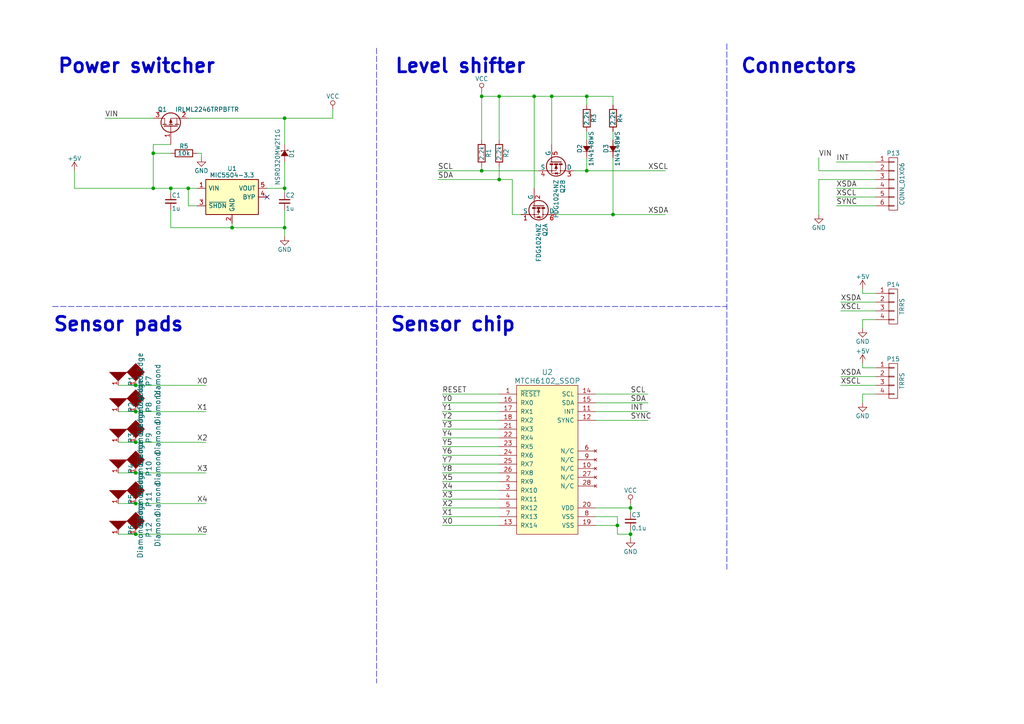
<source format=kicad_sch>
(kicad_sch (version 20211123) (generator eeschema)
  (paper "A4")
  (title_block (title "MTCH6102_breakout") (date "2018-10-20") (company "sekigon-gonnoc"))
  (lib_symbols
    (symbol "MTCH6102_breakout-rescue:+5V" (power) (pin_names (offset 0))
      (property "Value" "+5V" (at 0 3.556 0))
      (symbol "+5V_0_1"
        (polyline (pts (xy -0.762 1.27) (xy 0 2.54)))
        (polyline (pts (xy 0 0) (xy 0 2.54)))
        (polyline (pts (xy 0 2.54) (xy 0.762 1.27)))
      )
      (symbol "+5V_1_1"
        (pin power_in line (at 0 0 90) (length 0) hide (name "+5V") (number "1"))
      )
    )
    (symbol "MTCH6102_breakout-rescue:CONN_01X04" (pin_names (offset 1.016) hide)
      (property "Reference" "P" (at 0 6.35 0))
      (property "Value" "CONN_01X04" (at 2.54 0 90))
      (symbol "CONN_01X04_0_1"
        (rectangle (start -1.27 -3.683) (end 0.254 -3.937))
        (rectangle (start -1.27 -1.143) (end 0.254 -1.397))
        (rectangle (start -1.27 1.397) (end 0.254 1.143))
        (rectangle (start -1.27 3.937) (end 0.254 3.683))
        (rectangle (start -1.27 5.08) (end 1.27 -5.08))
      )
      (symbol "CONN_01X04_1_1"
        (pin passive line (at -5.08 3.81 0) (length 3.81) (name "P1") (number "1"))
        (pin passive line (at -5.08 1.27 0) (length 3.81) (name "P2") (number "2"))
        (pin passive line (at -5.08 -1.27 0) (length 3.81) (name "P3") (number "3"))
        (pin passive line (at -5.08 -3.81 0) (length 3.81) (name "P4") (number "4"))
      )
    )
    (symbol "MTCH6102_breakout-rescue:CONN_01X06" (pin_names (offset 1.016) hide)
      (property "Reference" "P" (at 0 8.89 0))
      (property "Value" "CONN_01X06" (at 2.54 0 90))
      (symbol "CONN_01X06_0_1"
        (rectangle (start -1.27 -6.223) (end 0.254 -6.477))
        (rectangle (start -1.27 -3.683) (end 0.254 -3.937))
        (rectangle (start -1.27 -1.143) (end 0.254 -1.397))
        (rectangle (start -1.27 1.397) (end 0.254 1.143))
        (rectangle (start -1.27 3.937) (end 0.254 3.683))
        (rectangle (start -1.27 6.477) (end 0.254 6.223))
        (rectangle (start -1.27 7.62) (end 1.27 -7.62))
      )
      (symbol "CONN_01X06_1_1"
        (pin passive line (at -5.08 6.35 0) (length 3.81) (name "P1") (number "1"))
        (pin passive line (at -5.08 3.81 0) (length 3.81) (name "P2") (number "2"))
        (pin passive line (at -5.08 1.27 0) (length 3.81) (name "P3") (number "3"))
        (pin passive line (at -5.08 -1.27 0) (length 3.81) (name "P4") (number "4"))
        (pin passive line (at -5.08 -3.81 0) (length 3.81) (name "P5") (number "5"))
        (pin passive line (at -5.08 -6.35 0) (length 3.81) (name "P6") (number "6"))
      )
    )
    (symbol "MTCH6102_breakout-rescue:C_Small" (pin_numbers hide) (pin_names (offset 0.254) hide)
      (property "Reference" "C" (at 0.254 1.778 0))
      (property "Value" "C_Small" (at 0.254 -2.032 0))
      (symbol "C_Small_0_1"
        (polyline (pts (xy -1.524 -0.508) (xy 1.524 -0.508)) (stroke (width 0.3302)))
        (polyline (pts (xy -1.524 0.508) (xy 1.524 0.508)) (stroke (width 0.3048)))
      )
      (symbol "C_Small_1_1"
        (pin passive line (at 0 2.54 270) (length 1.905) (name "~") (number "1"))
        (pin passive line (at 0 -2.54 90) (length 2.032) (name "~") (number "2"))
      )
    )
    (symbol "MTCH6102_breakout-rescue:D_Schottky_Small" (pin_numbers hide) (pin_names (offset 0.254) hide)
      (property "Reference" "D" (at -1.27 2.032 0))
      (property "Value" "D_Schottky_Small" (at -7.112 -2.032 0))
      (symbol "D_Schottky_Small_0_1"
        (polyline (pts (xy -0.762 -1.016) (xy -0.762 1.016)))
        (polyline (pts (xy -0.762 -1.016) (xy -0.508 -1.016) (xy -0.508 -0.762)))
        (polyline (pts (xy -0.762 1.016) (xy -1.016 1.016) (xy -1.016 0.762)))
        (polyline (pts (xy 0.762 -1.016) (xy -0.762 0) (xy 0.762 1.016) (xy 0.762 -1.016)) (fill (type outline)))
      )
      (symbol "D_Schottky_Small_1_1"
        (pin passive line (at -2.54 0 0) (length 1.778) (name "K") (number "1"))
        (pin passive line (at 2.54 0 180) (length 1.778) (name "A") (number "2"))
      )
    )
    (symbol "MTCH6102_breakout-rescue:D_Small" (pin_numbers hide) (pin_names (offset 0.254) hide)
      (property "Reference" "D" (at -1.27 2.032 0))
      (property "Value" "D_Small" (at -3.81 -2.032 0))
      (symbol "D_Small_0_1"
        (polyline (pts (xy -0.762 -1.016) (xy -0.762 1.016)))
        (polyline (pts (xy 0.762 -1.016) (xy -0.762 0) (xy 0.762 1.016) (xy 0.762 -1.016)) (fill (type outline)))
      )
      (symbol "D_Small_1_1"
        (pin passive line (at -2.54 0 0) (length 1.778) (name "K") (number "1"))
        (pin passive line (at 2.54 0 180) (length 1.778) (name "A") (number "2"))
      )
    )
    (symbol "MTCH6102_breakout-rescue:Diamond" (pin_names (offset 1.016))
      (property "Reference" "P" (at 0 -1.27 0))
      (property "Value" "Diamond" (at 0 1.27 0))
      (symbol "Diamond_0_1"
        (polyline (pts (xy 0 -5.08) (xy -2.54 -2.54) (xy -5.08 -5.08) (xy -2.54 -7.62) (xy 0 -5.08)) (fill (type outline)))
      )
      (symbol "Diamond_1_1"
        (pin power_in line (at 1.27 -5.08 180) (length 1.27) (name "1") (number "1"))
      )
    )
    (symbol "MTCH6102_breakout-rescue:Diamond_Edge" (pin_names (offset 1.016))
      (property "Reference" "P" (at 0 -1.27 0))
      (property "Value" "Diamond_Edge" (at 0 1.27 0))
      (symbol "Diamond_Edge_0_1"
        (polyline (pts (xy 0 -5.08) (xy -2.54 -2.54) (xy -2.54 -7.62) (xy 0 -5.08)) (fill (type outline)))
      )
      (symbol "Diamond_Edge_1_1"
        (pin power_in line (at 1.27 -5.08 180) (length 1.27) (name "1") (number "1"))
      )
    )
    (symbol "MTCH6102_breakout-rescue:FDG1024NZ" (pin_names (offset 0))
      (property "Reference" "Q" (at 5.08 1.905 0))
      (property "Value" "FDG1024NZ" (at 5.08 0 0))
      (property "Footprint" "SC-70-6" (at 5.08 -1.905 0))
      (symbol "FDG1024NZ_0_1"
        (polyline (pts (xy 0.635 -1.016) (xy 0.635 -1.651)) (stroke (width 0.508)))
        (polyline (pts (xy 0.635 0.381) (xy 0.635 -0.381)) (stroke (width 0.508)))
        (polyline (pts (xy 0.635 1.651) (xy 0.635 1.016)) (stroke (width 0.508)))
        (polyline (pts (xy 3.048 0.381) (xy 2.921 0.254)))
        (polyline (pts (xy 3.048 0.381) (xy 3.556 0.381)))
        (polyline (pts (xy 3.556 0.381) (xy 3.683 0.508)))
        (polyline (pts (xy 0 1.524) (xy 0 -1.524) (xy 0 -1.524)) (stroke (width 0.254)))
        (polyline (pts (xy 0.762 -1.27) (xy 2.54 -1.27) (xy 2.54 -2.54) (xy 2.54 -2.54)))
        (polyline (pts (xy 0.762 1.27) (xy 2.54 1.27) (xy 2.54 2.54) (xy 2.54 2.54)))
        (polyline (pts (xy 2.54 1.27) (xy 3.302 1.27) (xy 3.302 -1.27) (xy 2.54 -1.27)))
        (polyline (pts (xy 3.302 0.381) (xy 3.048 -0.254) (xy 3.556 -0.254) (xy 3.302 0.381)) (fill (type outline)))
        (polyline (pts (xy 0.762 0) (xy 1.27 0) (xy 2.54 0) (xy 2.54 -1.27) (xy 2.54 -1.27)))
        (polyline (pts (xy 0.889 0) (xy 1.905 0.381) (xy 1.905 -0.381) (xy 0.889 0) (xy 1.016 0) (xy 1.016 0)) (fill (type outline)))
        (circle (center 1.27 0) (radius 2.8194) (stroke (width 0.254)))
        (circle (center 2.54 -1.27) (radius 0.127))
        (circle (center 2.54 1.27) (radius 0.127))
      )
      (symbol "FDG1024NZ_1_1"
        (pin passive line (at 2.54 -5.08 90) (length 2.54) (name "S") (number "1"))
        (pin passive line (at -5.08 -1.27 0) (length 5.08) (name "G") (number "2"))
        (pin passive line (at 2.54 5.08 270) (length 2.54) (name "D") (number "6"))
      )
      (symbol "FDG1024NZ_2_1"
        (pin passive line (at 2.54 5.08 270) (length 2.54) (name "D") (number "3"))
        (pin passive line (at 2.54 -5.08 90) (length 2.54) (name "S") (number "4"))
        (pin passive line (at -5.08 -1.27 0) (length 5.08) (name "G") (number "5"))
      )
    )
    (symbol "MTCH6102_breakout-rescue:GND" (power) (pin_names (offset 0))
      (property "Value" "GND" (at 0 -3.81 0))
      (symbol "GND_0_1"
        (polyline (pts (xy 0 0) (xy 0 -1.27) (xy 1.27 -1.27) (xy 0 -2.54) (xy -1.27 -1.27) (xy 0 -1.27)))
      )
      (symbol "GND_1_1"
        (pin power_in line (at 0 0 270) (length 0) hide (name "GND") (number "1"))
      )
    )
    (symbol "MTCH6102_breakout-rescue:LT1761-3.3" (pin_names (offset 0.762))
      (property "Reference" "U" (at 0 8.255 0))
      (property "Value" "LT1761-3.3" (at 0 6.35 0))
      (symbol "LT1761-3.3_0_1"
        (rectangle (start -7.62 5.08) (end 7.62 -5.08) (stroke (width 0.254)) (fill (type background)))
      )
      (symbol "LT1761-3.3_1_1"
        (pin power_in line (at -10.16 2.54 0) (length 2.54) (name "VIN") (number "1"))
        (pin power_in line (at 0 -7.62 90) (length 2.54) (name "GND") (number "2"))
        (pin input line (at -10.16 -2.54 0) (length 2.54) (name "~{SHDN}") (number "3"))
        (pin passive line (at 10.16 0 180) (length 2.54) (name "BYP") (number "4"))
        (pin power_out line (at 10.16 2.54 180) (length 2.54) (name "VOUT") (number "5"))
      )
    )
    (symbol "MTCH6102_breakout-rescue:MTCH6102_SSOP" (pin_names (offset 1.016))
      (property "Reference" "U" (at 0 1.27 0))
      (property "Value" "MTCH6102_SSOP" (at 0 -1.27 0))
      (symbol "MTCH6102_SSOP_0_1"
        (rectangle (start -8.89 -45.72) (end 8.89 -2.54) (fill (type background)))
      )
      (symbol "MTCH6102_SSOP_1_0"
        (pin power_in line (at 13.97 -43.18 180) (length 5.08) (name "VSS") (number "19"))
      )
      (symbol "MTCH6102_SSOP_1_1"
        (pin input line (at -13.97 -5.08 0) (length 5.08) (name "~{RESET}") (number "1"))
        (pin no_connect line (at 13.97 -26.67 180) (length 5.08) (name "N/C") (number "10"))
        (pin input line (at 13.97 -10.16 180) (length 5.08) (name "INT") (number "11"))
        (pin input line (at 13.97 -12.7 180) (length 5.08) (name "SYNC") (number "12"))
        (pin input line (at -13.97 -43.18 0) (length 5.08) (name "RX14") (number "13"))
        (pin input line (at 13.97 -5.08 180) (length 5.08) (name "SCL") (number "14"))
        (pin input line (at 13.97 -7.62 180) (length 5.08) (name "SDA") (number "15"))
        (pin input line (at -13.97 -7.62 0) (length 5.08) (name "RX0") (number "16"))
        (pin input line (at -13.97 -10.16 0) (length 5.08) (name "RX1") (number "17"))
        (pin input line (at -13.97 -12.7 0) (length 5.08) (name "RX2") (number "18"))
        (pin input line (at -13.97 -30.48 0) (length 5.08) (name "RX9") (number "2"))
        (pin power_in line (at 13.97 -38.1 180) (length 5.08) (name "VDD") (number "20"))
        (pin input line (at -13.97 -15.24 0) (length 5.08) (name "RX3") (number "21"))
        (pin input line (at -13.97 -17.78 0) (length 5.08) (name "RX4") (number "22"))
        (pin input line (at -13.97 -20.32 0) (length 5.08) (name "RX5") (number "23"))
        (pin input line (at -13.97 -22.86 0) (length 5.08) (name "RX6") (number "24"))
        (pin input line (at -13.97 -25.4 0) (length 5.08) (name "RX7") (number "25"))
        (pin input line (at -13.97 -27.94 0) (length 5.08) (name "RX8") (number "26"))
        (pin no_connect line (at 13.97 -29.21 180) (length 5.08) (name "N/C") (number "27"))
        (pin no_connect line (at 13.97 -31.75 180) (length 5.08) (name "N/C") (number "28"))
        (pin input line (at -13.97 -33.02 0) (length 5.08) (name "RX10") (number "3"))
        (pin input line (at -13.97 -35.56 0) (length 5.08) (name "RX11") (number "4"))
        (pin input line (at -13.97 -38.1 0) (length 5.08) (name "RX12") (number "5"))
        (pin no_connect line (at 13.97 -21.59 180) (length 5.08) (name "N/C") (number "6"))
        (pin input line (at -13.97 -40.64 0) (length 5.08) (name "RX13") (number "7"))
        (pin power_in line (at 13.97 -40.64 180) (length 5.08) (name "VSS") (number "8"))
        (pin no_connect line (at 13.97 -24.13 180) (length 5.08) (name "N/C") (number "9"))
      )
    )
    (symbol "MTCH6102_breakout-rescue:Q_PMOS_GSD" (pin_names (offset 0) hide)
      (property "Reference" "Q" (at 7.62 1.27 0))
      (property "Value" "Q_PMOS_GSD" (at 16.51 -1.27 0))
      (symbol "Q_PMOS_GSD_0_1"
        (polyline (pts (xy 0.762 -1.778) (xy 2.54 -1.778)))
        (polyline (pts (xy 0.762 -1.27) (xy 0.762 -2.286)) (stroke (width 0.254)))
        (polyline (pts (xy 0.762 0) (xy 2.54 0)))
        (polyline (pts (xy 0.762 0.508) (xy 0.762 -0.508)) (stroke (width 0.254)))
        (polyline (pts (xy 0.762 1.778) (xy 2.54 1.778)))
        (polyline (pts (xy 0.762 2.286) (xy 0.762 1.27)) (stroke (width 0.254)))
        (polyline (pts (xy 2.54 -1.778) (xy 2.54 -2.54)))
        (polyline (pts (xy 2.54 -1.778) (xy 2.54 0)))
        (polyline (pts (xy 2.54 2.54) (xy 2.54 1.778)))
        (polyline (pts (xy 0.254 1.905) (xy 0.254 -1.905) (xy 0.254 -1.905)) (stroke (width 0.254)))
        (polyline (pts (xy 2.286 0) (xy 1.27 -0.381) (xy 1.27 0.381) (xy 2.286 0)) (fill (type outline)))
        (circle (center 1.27 0) (radius 2.8194) (stroke (width 0.254)))
      )
      (symbol "Q_PMOS_GSD_1_1"
        (pin input line (at -5.08 0 0) (length 5.334) (name "G") (number "1"))
        (pin passive line (at 2.54 -5.08 90) (length 2.54) (name "S") (number "2"))
        (pin passive line (at 2.54 5.08 270) (length 2.54) (name "D") (number "3"))
      )
    )
    (symbol "MTCH6102_breakout-rescue:R" (pin_numbers hide) (pin_names (offset 0))
      (property "Reference" "R" (at 2.032 0 90))
      (property "Value" "R" (at 0 0 90))
      (symbol "R_0_1"
        (rectangle (start -1.016 -2.54) (end 1.016 2.54) (stroke (width 0.254)))
      )
      (symbol "R_1_1"
        (pin passive line (at 0 3.81 270) (length 1.27) (name "~") (number "1"))
        (pin passive line (at 0 -3.81 90) (length 1.27) (name "~") (number "2"))
      )
    )
    (symbol "MTCH6102_breakout-rescue:VCC" (power) (pin_names (offset 0))
      (property "Value" "VCC" (at 0 3.81 0))
      (symbol "VCC_0_1"
        (polyline (pts (xy 0 0) (xy 0 1.27)))
        (circle (center 0 1.905) (radius 0.635))
      )
      (symbol "VCC_1_1"
        (pin power_in line (at 0 0 90) (length 0) hide (name "VCC") (number "1"))
      )
    )
  )
  (junction (at 144.78 27.94))
  (junction (at 54.61 54.61))
  (junction (at 182.88 147.32))
  (junction (at 39.37 154.94))
  (junction (at 182.88 154.94))
  (junction (at 82.55 34.29))
  (junction (at 179.07 152.4))
  (junction (at 154.94 27.94))
  (junction (at 139.7 27.94))
  (junction (at 39.37 137.16))
  (junction (at 177.8 62.23))
  (junction (at 82.55 54.61))
  (junction (at 170.18 49.53))
  (junction (at 39.37 111.76))
  (junction (at 39.37 146.05))
  (junction (at 67.31 66.04))
  (junction (at 160.02 27.94))
  (junction (at 39.37 128.27))
  (junction (at 139.7 49.53))
  (junction (at 49.53 54.61))
  (junction (at 170.18 27.94))
  (junction (at 44.45 54.61))
  (junction (at 82.55 66.04))
  (junction (at 39.37 119.38))
  (junction (at 44.45 44.45))
  (junction (at 144.78 52.07))
  (no_connect (at 77.47 57.15))
  (wire (pts (xy 177.8 27.94) (xy 177.8 30.48)))
  (wire (pts (xy 39.37 146.05) (xy 59.69 146.05)))
  (wire (pts (xy 58.42 44.45) (xy 57.15 44.45)))
  (wire (pts (xy 144.78 119.38) (xy 128.27 119.38)))
  (wire (pts (xy 54.61 54.61) (xy 57.15 54.61)))
  (wire (pts (xy 148.59 62.23) (xy 151.13 62.23)))
  (wire (pts (xy 182.88 153.67) (xy 182.88 154.94)))
  (wire (pts (xy 34.29 111.76) (xy 39.37 111.76)))
  (wire (pts (xy 161.29 62.23) (xy 177.8 62.23)))
  (wire (pts (xy 154.94 54.61) (xy 154.94 27.94)))
  (wire (pts (xy 139.7 27.94) (xy 144.78 27.94)))
  (wire (pts (xy 170.18 49.53) (xy 193.04 49.53)))
  (wire (pts (xy 172.72 149.86) (xy 179.07 149.86)))
  (wire (pts (xy 127 49.53) (xy 139.7 49.53)))
  (wire (pts (xy 144.78 40.64) (xy 144.78 27.94)))
  (wire (pts (xy 254 46.99) (xy 242.57 46.99)))
  (wire (pts (xy 82.55 60.96) (xy 82.55 66.04)))
  (wire (pts (xy 237.49 52.07) (xy 254 52.07)))
  (wire (pts (xy 54.61 34.29) (xy 82.55 34.29)))
  (wire (pts (xy 172.72 119.38) (xy 187.96 119.38)))
  (wire (pts (xy 49.53 66.04) (xy 49.53 60.96)))
  (wire (pts (xy 49.53 66.04) (xy 67.31 66.04)))
  (wire (pts (xy 144.78 139.7) (xy 128.27 139.7)))
  (wire (pts (xy 44.45 54.61) (xy 49.53 54.61)))
  (wire (pts (xy 172.72 152.4) (xy 179.07 152.4)))
  (wire (pts (xy 67.31 64.77) (xy 67.31 66.04)))
  (wire (pts (xy 39.37 137.16) (xy 59.69 137.16)))
  (wire (pts (xy 82.55 34.29) (xy 96.52 34.29)))
  (wire (pts (xy 179.07 152.4) (xy 179.07 154.94)))
  (wire (pts (xy 44.45 41.91) (xy 44.45 44.45)))
  (wire (pts (xy 139.7 48.26) (xy 139.7 49.53)))
  (wire (pts (xy 237.49 45.72) (xy 237.49 49.53)))
  (wire (pts (xy 21.59 49.53) (xy 21.59 54.61)))
  (wire (pts (xy 34.29 146.05) (xy 39.37 146.05)))
  (wire (pts (xy 250.19 114.3) (xy 250.19 116.84)))
  (wire (pts (xy 254 87.63) (xy 243.84 87.63)))
  (wire (pts (xy 58.42 45.72) (xy 58.42 44.45)))
  (wire (pts (xy 254 92.71) (xy 250.19 92.71)))
  (wire (pts (xy 250.19 85.09) (xy 250.19 83.82)))
  (wire (pts (xy 254 109.22) (xy 243.84 109.22)))
  (polyline (pts (xy 109.22 13.97) (xy 109.22 198.12)))
  (wire (pts (xy 254 114.3) (xy 250.19 114.3)))
  (wire (pts (xy 148.59 52.07) (xy 148.59 62.23)))
  (wire (pts (xy 139.7 27.94) (xy 139.7 40.64)))
  (wire (pts (xy 49.53 44.45) (xy 44.45 44.45)))
  (wire (pts (xy 39.37 128.27) (xy 59.69 128.27)))
  (polyline (pts (xy 15.24 88.9) (xy 210.82 88.9)))
  (wire (pts (xy 127 52.07) (xy 144.78 52.07)))
  (wire (pts (xy 96.52 34.29) (xy 96.52 31.75)))
  (wire (pts (xy 182.88 146.05) (xy 182.88 147.32)))
  (wire (pts (xy 144.78 144.78) (xy 128.27 144.78)))
  (wire (pts (xy 237.49 49.53) (xy 254 49.53)))
  (wire (pts (xy 82.55 66.04) (xy 82.55 68.58)))
  (wire (pts (xy 144.78 116.84) (xy 128.27 116.84)))
  (wire (pts (xy 30.48 34.29) (xy 44.45 34.29)))
  (wire (pts (xy 34.29 154.94) (xy 39.37 154.94)))
  (wire (pts (xy 254 106.68) (xy 250.19 106.68)))
  (wire (pts (xy 77.47 54.61) (xy 82.55 54.61)))
  (wire (pts (xy 49.53 54.61) (xy 54.61 54.61)))
  (wire (pts (xy 182.88 147.32) (xy 182.88 148.59)))
  (wire (pts (xy 44.45 44.45) (xy 44.45 54.61)))
  (wire (pts (xy 144.78 147.32) (xy 128.27 147.32)))
  (wire (pts (xy 144.78 124.46) (xy 128.27 124.46)))
  (wire (pts (xy 254 59.69) (xy 242.57 59.69)))
  (wire (pts (xy 170.18 45.72) (xy 170.18 49.53)))
  (wire (pts (xy 172.72 116.84) (xy 187.96 116.84)))
  (wire (pts (xy 144.78 129.54) (xy 128.27 129.54)))
  (wire (pts (xy 34.29 128.27) (xy 39.37 128.27)))
  (wire (pts (xy 144.78 142.24) (xy 128.27 142.24)))
  (wire (pts (xy 177.8 45.72) (xy 177.8 62.23)))
  (wire (pts (xy 39.37 154.94) (xy 59.69 154.94)))
  (wire (pts (xy 254 111.76) (xy 243.84 111.76)))
  (wire (pts (xy 172.72 114.3) (xy 187.96 114.3)))
  (wire (pts (xy 34.29 119.38) (xy 39.37 119.38)))
  (wire (pts (xy 54.61 59.69) (xy 54.61 54.61)))
  (wire (pts (xy 250.19 106.68) (xy 250.19 105.41)))
  (wire (pts (xy 154.94 27.94) (xy 160.02 27.94)))
  (wire (pts (xy 49.53 41.91) (xy 44.45 41.91)))
  (wire (pts (xy 82.55 54.61) (xy 82.55 55.88)))
  (wire (pts (xy 144.78 127) (xy 128.27 127)))
  (wire (pts (xy 250.19 92.71) (xy 250.19 95.25)))
  (wire (pts (xy 21.59 54.61) (xy 44.45 54.61)))
  (wire (pts (xy 170.18 27.94) (xy 177.8 27.94)))
  (wire (pts (xy 144.78 114.3) (xy 128.27 114.3)))
  (wire (pts (xy 144.78 48.26) (xy 144.78 52.07)))
  (wire (pts (xy 160.02 41.91) (xy 160.02 27.94)))
  (wire (pts (xy 39.37 111.76) (xy 59.69 111.76)))
  (wire (pts (xy 177.8 40.64) (xy 177.8 38.1)))
  (wire (pts (xy 144.78 134.62) (xy 128.27 134.62)))
  (wire (pts (xy 182.88 154.94) (xy 182.88 156.21)))
  (wire (pts (xy 254 90.17) (xy 243.84 90.17)))
  (wire (pts (xy 254 85.09) (xy 250.19 85.09)))
  (wire (pts (xy 170.18 30.48) (xy 170.18 27.94)))
  (wire (pts (xy 128.27 137.16) (xy 144.78 137.16)))
  (wire (pts (xy 82.55 46.99) (xy 82.55 54.61)))
  (wire (pts (xy 144.78 132.08) (xy 128.27 132.08)))
  (wire (pts (xy 34.29 137.16) (xy 39.37 137.16)))
  (wire (pts (xy 49.53 54.61) (xy 49.53 55.88)))
  (wire (pts (xy 144.78 27.94) (xy 154.94 27.94)))
  (wire (pts (xy 170.18 38.1) (xy 170.18 40.64)))
  (wire (pts (xy 144.78 52.07) (xy 148.59 52.07)))
  (wire (pts (xy 144.78 152.4) (xy 128.27 152.4)))
  (polyline (pts (xy 210.82 12.7) (xy 210.82 165.1)))
  (wire (pts (xy 67.31 66.04) (xy 82.55 66.04)))
  (wire (pts (xy 139.7 49.53) (xy 156.21 49.53)))
  (wire (pts (xy 39.37 119.38) (xy 59.69 119.38)))
  (wire (pts (xy 172.72 147.32) (xy 182.88 147.32)))
  (wire (pts (xy 144.78 149.86) (xy 128.27 149.86)))
  (wire (pts (xy 160.02 27.94) (xy 170.18 27.94)))
  (wire (pts (xy 166.37 49.53) (xy 170.18 49.53)))
  (wire (pts (xy 179.07 149.86) (xy 179.07 152.4)))
  (wire (pts (xy 172.72 121.92) (xy 187.96 121.92)))
  (wire (pts (xy 254 54.61) (xy 242.57 54.61)))
  (wire (pts (xy 179.07 154.94) (xy 182.88 154.94)))
  (wire (pts (xy 82.55 41.91) (xy 82.55 34.29)))
  (wire (pts (xy 144.78 121.92) (xy 128.27 121.92)))
  (wire (pts (xy 254 57.15) (xy 242.57 57.15)))
  (wire (pts (xy 177.8 62.23) (xy 193.04 62.23)))
  (wire (pts (xy 139.7 26.67) (xy 139.7 27.94)))
  (wire (pts (xy 237.49 52.07) (xy 237.49 62.23)))
  (wire (pts (xy 57.15 59.69) (xy 54.61 59.69)))
  (text "Sensor pads" (at 15.24 96.52 0) (effects (font (size 3.9878 3.9878) (thickness 0.7976) bold) (justify left bottom)))
  (text "Level shifter" (at 114.3 21.59 0) (effects (font (size 3.9878 3.9878) (thickness 0.7976) bold) (justify left bottom)))
  (text "Power switcher" (at 16.51 21.59 0) (effects (font (size 3.9878 3.9878) (thickness 0.7976) bold) (justify left bottom)))
  (text "Connectors" (at 214.63 21.59 0) (effects (font (size 3.9878 3.9878) (thickness 0.7976) bold) (justify left bottom)))
  (text "Sensor chip" (at 113.03 96.52 0) (effects (font (size 3.9878 3.9878) (thickness 0.7976) bold) (justify left bottom)))
  (label "SCL" (at 182.88 114.3 0) (effects (font (size 1.524 1.524))))
  (label "X2" (at 128.27 147.32 0) (effects (font (size 1.524 1.524))))
  (label "X1" (at 57.15 119.38 0) (effects (font (size 1.524 1.524))))
  (label "XSCL" (at 242.57 57.15 0) (effects (font (size 1.524 1.524))))
  (label "Y7" (at 128.27 134.62 0) (effects (font (size 1.524 1.524))))
  (label "Y0" (at 128.27 116.84 0) (effects (font (size 1.524 1.524))))
  (label "INT" (at 242.57 46.99 0) (effects (font (size 1.524 1.524))))
  (label "X3" (at 57.15 137.16 0) (effects (font (size 1.524 1.524))))
  (label "INT" (at 182.88 119.38 0) (effects (font (size 1.524 1.524))))
  (label "X4" (at 128.27 142.24 0) (effects (font (size 1.524 1.524))))
  (label "XSCL" (at 243.84 111.76 0) (effects (font (size 1.524 1.524))))
  (label "Y3" (at 128.27 124.46 0) (effects (font (size 1.524 1.524))))
  (label "SDA" (at 127 52.07 0) (effects (font (size 1.524 1.524))))
  (label "VIN" (at 30.48 34.29 0) (effects (font (size 1.524 1.524))))
  (label "XSCL" (at 243.84 90.17 0) (effects (font (size 1.524 1.524))))
  (label "X5" (at 57.15 154.94 0) (effects (font (size 1.524 1.524))))
  (label "X1" (at 128.27 149.86 0) (effects (font (size 1.524 1.524))))
  (label "Y5" (at 128.27 129.54 0) (effects (font (size 1.524 1.524))))
  (label "SDA" (at 182.88 116.84 0) (effects (font (size 1.524 1.524))))
  (label "X0" (at 128.27 152.4 0) (effects (font (size 1.524 1.524))))
  (label "SCL" (at 127 49.53 0) (effects (font (size 1.524 1.524))))
  (label "Y8" (at 128.27 137.16 0) (effects (font (size 1.524 1.524))))
  (label "SYNC" (at 182.88 121.92 0) (effects (font (size 1.524 1.524))))
  (label "XSDA" (at 243.84 87.63 0) (effects (font (size 1.524 1.524))))
  (label "VIN" (at 237.49 45.72 0) (effects (font (size 1.524 1.524))))
  (label "X4" (at 57.15 146.05 0) (effects (font (size 1.524 1.524))))
  (label "XSCL" (at 187.96 49.53 0) (effects (font (size 1.524 1.524))))
  (label "X3" (at 128.27 144.78 0) (effects (font (size 1.524 1.524))))
  (label "XSDA" (at 242.57 54.61 0) (effects (font (size 1.524 1.524))))
  (label "XSDA" (at 187.96 62.23 0) (effects (font (size 1.524 1.524))))
  (label "Y2" (at 128.27 121.92 0) (effects (font (size 1.524 1.524))))
  (label "SYNC" (at 242.57 59.69 0) (effects (font (size 1.524 1.524))))
  (label "X2" (at 57.15 128.27 0) (effects (font (size 1.524 1.524))))
  (label "XSDA" (at 243.84 109.22 0) (effects (font (size 1.524 1.524))))
  (label "Y1" (at 128.27 119.38 0) (effects (font (size 1.524 1.524))))
  (label "X0" (at 57.15 111.76 0) (effects (font (size 1.524 1.524))))
  (label "X5" (at 128.27 139.7 0) (effects (font (size 1.524 1.524))))
  (label "RESET" (at 128.27 114.3 0) (effects (font (size 1.524 1.524))))
  (label "Y6" (at 128.27 132.08 0) (effects (font (size 1.524 1.524))))
  (label "Y4" (at 128.27 127 0) (effects (font (size 1.524 1.524))))
  (symbol (lib_id "MTCH6102_breakout-rescue:C_Small") (at 182.88 151.13 0) (unit 1)
    (property "Reference" "C3" (at 183.134 149.352 0) (effects (justify left)))
    (property "Value" "0.1u" (at 183.134 153.162 0) (effects (justify left)))
    (property "Footprint" "Capacitor_SMD:C_0603_1608Metric_Pad1.08x0.95mm_HandSolder" (effects hide))
  )
  (symbol (lib_id "MTCH6102_breakout-rescue:GND") (at 182.88 156.21 0) (unit 1)
    (property "Reference" "#PWR07" (effects hide))
    (property "Value" "GND" (at 182.88 160.02 0))
  )
  (symbol (lib_id "MTCH6102_breakout-rescue:R") (at 139.7 44.45 0) (unit 1)
    (property "Reference" "R1" (at 141.732 44.45 90))
    (property "Value" "2.2k" (at 139.7 44.45 90))
    (property "Footprint" "Resistor_SMD:R_0603_1608Metric_Pad0.98x0.95mm_HandSolder" (effects hide))
  )
  (symbol (lib_id "MTCH6102_breakout-rescue:R") (at 144.78 44.45 0) (unit 1)
    (property "Reference" "R2" (at 146.812 44.45 90))
    (property "Value" "2.2k" (at 144.78 44.45 90))
    (property "Footprint" "Resistor_SMD:R_0603_1608Metric_Pad0.98x0.95mm_HandSolder" (effects hide))
  )
  (symbol (lib_id "MTCH6102_breakout-rescue:Diamond") (at 44.45 110.49 270) (unit 1)
    (property "Reference" "P7" (at 43.18 110.49 0) (effects (font (size 1.524 1.524))))
    (property "Value" "Diamond" (at 45.72 110.49 0) (effects (font (size 1.524 1.524))))
    (property "Footprint" "Keyboard:diamond_top_5mm" (effects hide))
  )
  (symbol (lib_id "MTCH6102_breakout-rescue:Diamond_Edge") (at 39.37 110.49 270) (unit 1)
    (property "Reference" "P1" (at 38.1 110.49 0) (effects (font (size 1.524 1.524))))
    (property "Value" "Diamond_Edge" (at 40.64 110.49 0) (effects (font (size 1.524 1.524))))
    (property "Footprint" "Keyboard:diamond_top_edge" (effects hide))
  )
  (symbol (lib_id "MTCH6102_breakout-rescue:LT1761-3.3") (at 67.31 57.15 0) (unit 1)
    (property "Reference" "U1" (at 67.31 48.895 0))
    (property "Value" "MIC5504-3.3" (at 67.31 50.8 0))
    (property "Footprint" "Package_TO_SOT_SMD:TSOT-23-5_HandSoldering" (effects hide))
  )
  (symbol (lib_id "MTCH6102_breakout-rescue:MTCH6102_SSOP") (at 158.75 109.22 0) (unit 1)
    (property "Reference" "U2" (at 158.75 107.95 0) (effects (font (size 1.524 1.524))))
    (property "Value" "MTCH6102_SSOP" (at 158.75 110.49 0) (effects (font (size 1.524 1.524))))
    (property "Footprint" "Housings_SSOP:SSOP-28_5.3x10.2mm_Pitch0.65mm" (effects hide))
  )
  (symbol (lib_id "MTCH6102_breakout-rescue:Diamond") (at 44.45 118.11 270) (unit 1)
    (property "Reference" "P8" (at 43.18 118.11 0) (effects (font (size 1.524 1.524))))
    (property "Value" "Diamond" (at 45.72 118.11 0) (effects (font (size 1.524 1.524))))
    (property "Footprint" "Keyboard:diamond_top_5mm" (effects hide))
  )
  (symbol (lib_id "MTCH6102_breakout-rescue:Diamond_Edge") (at 39.37 118.11 270) (unit 1)
    (property "Reference" "P2" (at 38.1 118.11 0) (effects (font (size 1.524 1.524))))
    (property "Value" "Diamond_Edge" (at 40.64 118.11 0) (effects (font (size 1.524 1.524))))
    (property "Footprint" "Keyboard:diamond_top_edge" (effects hide))
  )
  (symbol (lib_id "MTCH6102_breakout-rescue:Diamond") (at 44.45 127 270) (unit 1)
    (property "Reference" "P9" (at 43.18 127 0) (effects (font (size 1.524 1.524))))
    (property "Value" "Diamond" (at 45.72 127 0) (effects (font (size 1.524 1.524))))
    (property "Footprint" "Keyboard:diamond_top_5mm" (effects hide))
  )
  (symbol (lib_id "MTCH6102_breakout-rescue:Diamond_Edge") (at 39.37 127 270) (unit 1)
    (property "Reference" "P3" (at 38.1 127 0) (effects (font (size 1.524 1.524))))
    (property "Value" "Diamond_Edge" (at 40.64 127 0) (effects (font (size 1.524 1.524))))
    (property "Footprint" "Keyboard:diamond_top_edge" (effects hide))
  )
  (symbol (lib_id "MTCH6102_breakout-rescue:Diamond") (at 44.45 135.89 270) (unit 1)
    (property "Reference" "P10" (at 43.18 135.89 0) (effects (font (size 1.524 1.524))))
    (property "Value" "Diamond" (at 45.72 135.89 0) (effects (font (size 1.524 1.524))))
    (property "Footprint" "Keyboard:diamond_top_5mm" (effects hide))
  )
  (symbol (lib_id "MTCH6102_breakout-rescue:Diamond_Edge") (at 39.37 135.89 270) (unit 1)
    (property "Reference" "P4" (at 38.1 135.89 0) (effects (font (size 1.524 1.524))))
    (property "Value" "Diamond_Edge" (at 40.64 135.89 0) (effects (font (size 1.524 1.524))))
    (property "Footprint" "Keyboard:diamond_top_edge" (effects hide))
  )
  (symbol (lib_id "MTCH6102_breakout-rescue:C_Small") (at 49.53 58.42 0) (unit 1)
    (property "Reference" "C1" (at 49.784 56.642 0) (effects (justify left)))
    (property "Value" "1u" (at 49.784 60.452 0) (effects (justify left)))
    (property "Footprint" "Capacitor_SMD:C_0603_1608Metric_Pad1.08x0.95mm_HandSolder" (effects hide))
  )
  (symbol (lib_id "MTCH6102_breakout-rescue:Diamond") (at 44.45 144.78 270) (unit 1)
    (property "Reference" "P11" (at 43.18 144.78 0) (effects (font (size 1.524 1.524))))
    (property "Value" "Diamond" (at 45.72 144.78 0) (effects (font (size 1.524 1.524))))
    (property "Footprint" "Keyboard:diamond_top_5mm" (effects hide))
  )
  (symbol (lib_id "MTCH6102_breakout-rescue:Diamond_Edge") (at 39.37 144.78 270) (unit 1)
    (property "Reference" "P5" (at 38.1 144.78 0) (effects (font (size 1.524 1.524))))
    (property "Value" "Diamond_Edge" (at 40.64 144.78 0) (effects (font (size 1.524 1.524))))
    (property "Footprint" "Keyboard:diamond_top_edge" (effects hide))
  )
  (symbol (lib_id "MTCH6102_breakout-rescue:Diamond") (at 44.45 153.67 270) (unit 1)
    (property "Reference" "P12" (at 43.18 153.67 0) (effects (font (size 1.524 1.524))))
    (property "Value" "Diamond" (at 45.72 153.67 0) (effects (font (size 1.524 1.524))))
    (property "Footprint" "Keyboard:diamond_top_5mm" (effects hide))
  )
  (symbol (lib_id "MTCH6102_breakout-rescue:Diamond_Edge") (at 39.37 153.67 270) (unit 1)
    (property "Reference" "P6" (at 38.1 153.67 0) (effects (font (size 1.524 1.524))))
    (property "Value" "Diamond_Edge" (at 40.64 153.67 0) (effects (font (size 1.524 1.524))))
    (property "Footprint" "Keyboard:diamond_top_edge" (effects hide))
  )
  (symbol (lib_id "MTCH6102_breakout-rescue:C_Small") (at 82.55 58.42 0) (unit 1)
    (property "Reference" "C2" (at 82.804 56.642 0) (effects (justify left)))
    (property "Value" "1u" (at 82.804 60.452 0) (effects (justify left)))
    (property "Footprint" "Capacitor_SMD:C_0603_1608Metric_Pad1.08x0.95mm_HandSolder" (effects hide))
  )
  (symbol (lib_id "MTCH6102_breakout-rescue:FDG1024NZ") (at 161.29 46.99 270) (unit 2)
    (property "Reference" "Q2" (at 163.195 52.07 0) (effects (justify left)))
    (property "Value" "FDG1024NZ" (at 161.29 52.07 0) (effects (justify left)))
    (property "Footprint" "Package_TO_SOT_SMD:SOT-23-5_HandSoldering" (effects hide))
  )
  (symbol (lib_id "MTCH6102_breakout-rescue:FDG1024NZ") (at 156.21 59.69 270) (unit 1)
    (property "Reference" "Q2" (at 158.115 64.77 0) (effects (justify left)))
    (property "Value" "FDG1024NZ" (at 156.21 64.77 0) (effects (justify left)))
    (property "Footprint" "Package_TO_SOT_SMD:SOT-23-5_HandSoldering" (effects hide))
  )
  (symbol (lib_id "MTCH6102_breakout-rescue:D_Small") (at 170.18 43.18 90) (unit 1)
    (property "Reference" "D2" (at 168.148 44.45 0) (effects (justify left)))
    (property "Value" "1N4148WS" (at 171.45 48.26 0) (effects (justify left)))
    (property "Footprint" "Diode_SMD:D_SOD-323_HandSoldering" (effects hide))
  )
  (symbol (lib_id "MTCH6102_breakout-rescue:D_Small") (at 177.8 43.18 90) (unit 1)
    (property "Reference" "D3" (at 175.768 44.45 0) (effects (justify left)))
    (property "Value" "1N4148WS" (at 179.07 48.26 0) (effects (justify left)))
    (property "Footprint" "Diode_SMD:D_SOD-323_HandSoldering" (effects hide))
  )
  (symbol (lib_id "MTCH6102_breakout-rescue:R") (at 170.18 34.29 0) (unit 1)
    (property "Reference" "R3" (at 172.212 34.29 90))
    (property "Value" "2.2k" (at 170.18 34.29 90))
    (property "Footprint" "Resistor_SMD:R_0603_1608Metric_Pad0.98x0.95mm_HandSolder" (effects hide))
  )
  (symbol (lib_id "MTCH6102_breakout-rescue:R") (at 177.8 34.29 0) (unit 1)
    (property "Reference" "R4" (at 179.832 34.29 90))
    (property "Value" "2.2k" (at 177.8 34.29 90))
    (property "Footprint" "Resistor_SMD:R_0603_1608Metric_Pad0.98x0.95mm_HandSolder" (effects hide))
  )
  (symbol (lib_id "MTCH6102_breakout-rescue:D_Schottky_Small") (at 82.55 44.45 270) (unit 1)
    (property "Reference" "D1" (at 84.582 43.18 0) (effects (justify left)))
    (property "Value" "NSR0320MW2T1G" (at 80.518 37.338 0) (effects (justify left)))
    (property "Footprint" "Diode_SMD:D_SOD-323_HandSoldering" (effects hide))
  )
  (symbol (lib_id "MTCH6102_breakout-rescue:Q_PMOS_GSD") (at 49.53 36.83 90) (unit 1)
    (property "Reference" "Q1" (at 45.72 31.75 90) (effects (justify right)))
    (property "Value" "IRLML2246TRPBFTR" (at 50.8 31.75 90) (effects (justify right)))
    (property "Footprint" "Package_TO_SOT_SMD:SOT-23" (effects hide))
  )
  (symbol (lib_id "MTCH6102_breakout-rescue:R") (at 53.34 44.45 90) (unit 1)
    (property "Reference" "R5" (at 53.34 42.418 90))
    (property "Value" "10k" (at 53.34 44.45 90))
    (property "Footprint" "Resistor_SMD:R_0603_1608Metric_Pad0.98x0.95mm_HandSolder" (effects hide))
  )
  (symbol (lib_id "MTCH6102_breakout-rescue:GND") (at 82.55 68.58 0) (unit 1)
    (property "Reference" "#PWR03" (effects hide))
    (property "Value" "GND" (at 82.55 72.39 0))
  )
  (symbol (lib_id "MTCH6102_breakout-rescue:VCC") (at 96.52 31.75 0) (unit 1)
    (property "Reference" "#PWR04" (effects hide))
    (property "Value" "VCC" (at 96.52 27.94 0))
  )
  (symbol (lib_id "MTCH6102_breakout-rescue:VCC") (at 139.7 26.67 0) (unit 1)
    (property "Reference" "#PWR05" (effects hide))
    (property "Value" "VCC" (at 139.7 22.86 0))
  )
  (symbol (lib_id "MTCH6102_breakout-rescue:VCC") (at 182.88 146.05 0) (unit 1)
    (property "Reference" "#PWR06" (effects hide))
    (property "Value" "VCC" (at 182.88 142.24 0))
  )
  (symbol (lib_id "MTCH6102_breakout-rescue:CONN_01X04") (at 259.08 88.9 0) (unit 1)
    (property "Reference" "P14" (at 259.08 82.55 0))
    (property "Value" "TRRS" (at 261.62 88.9 90))
    (property "Footprint" "Keyboard:MJ-4PP-9_1side" (effects hide))
  )
  (symbol (lib_id "MTCH6102_breakout-rescue:CONN_01X04") (at 259.08 110.49 0) (unit 1)
    (property "Reference" "P15" (at 259.08 104.14 0))
    (property "Value" "TRRS" (at 261.62 110.49 90))
    (property "Footprint" "Keyboard:MJ-4PP-9_1side" (effects hide))
  )
  (symbol (lib_id "MTCH6102_breakout-rescue:CONN_01X06") (at 259.08 53.34 0) (unit 1)
    (property "Reference" "P13" (at 259.08 44.45 0))
    (property "Value" "CONN_01X06" (at 261.62 53.34 90))
    (property "Footprint" "Pin_Headers:Pin_Header_Straight_2x03_Pitch2.54mm" (effects hide))
  )
  (symbol (lib_id "MTCH6102_breakout-rescue:GND") (at 237.49 62.23 0) (unit 1)
    (property "Reference" "#PWR08" (effects hide))
    (property "Value" "GND" (at 237.49 66.04 0))
  )
  (symbol (lib_id "MTCH6102_breakout-rescue:+5V") (at 21.59 49.53 0) (unit 1)
    (property "Reference" "#PWR01" (effects hide))
    (property "Value" "+5V" (at 21.59 45.974 0))
  )
  (symbol (lib_id "MTCH6102_breakout-rescue:+5V") (at 250.19 83.82 0) (unit 1)
    (property "Reference" "#PWR09" (effects hide))
    (property "Value" "+5V" (at 250.19 80.264 0))
  )
  (symbol (lib_id "MTCH6102_breakout-rescue:GND") (at 250.19 95.25 0) (unit 1)
    (property "Reference" "#PWR010" (effects hide))
    (property "Value" "GND" (at 250.19 99.06 0))
  )
  (symbol (lib_id "MTCH6102_breakout-rescue:+5V") (at 250.19 105.41 0) (unit 1)
    (property "Reference" "#PWR011" (effects hide))
    (property "Value" "+5V" (at 250.19 101.854 0))
  )
  (symbol (lib_id "MTCH6102_breakout-rescue:GND") (at 250.19 116.84 0) (unit 1)
    (property "Reference" "#PWR012" (effects hide))
    (property "Value" "GND" (at 250.19 120.65 0))
  )
  (symbol (lib_id "MTCH6102_breakout-rescue:GND") (at 58.42 45.72 0) (unit 1)
    (property "Reference" "#PWR02" (effects hide))
    (property "Value" "GND" (at 58.42 49.53 0))
  )
)
</source>
